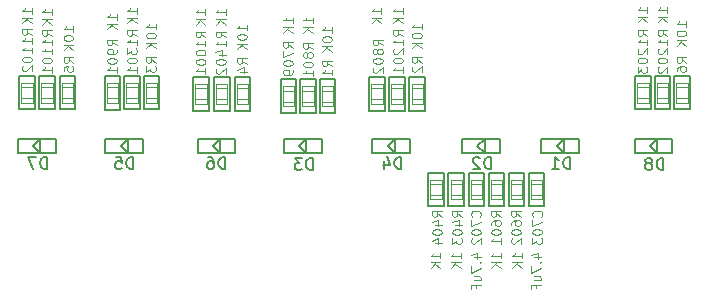
<source format=gbo>
G04 #@! TF.GenerationSoftware,KiCad,Pcbnew,(5.0.0-rc2-dev-130-g0bdae22af-dirty)*
G04 #@! TF.CreationDate,2018-10-04T20:22:11+03:00*
G04 #@! TF.ProjectId,esb,6573622E6B696361645F706362000000,rev?*
G04 #@! TF.SameCoordinates,Original*
G04 #@! TF.FileFunction,Legend,Bot*
G04 #@! TF.FilePolarity,Positive*
%FSLAX46Y46*%
G04 Gerber Fmt 4.6, Leading zero omitted, Abs format (unit mm)*
G04 Created by KiCad (PCBNEW (5.0.0-rc2-dev-130-g0bdae22af-dirty)) date Thu Oct  4 20:22:11 2018*
%MOMM*%
%LPD*%
G01*
G04 APERTURE LIST*
%ADD10C,0.100000*%
%ADD11C,0.200000*%
%ADD12C,0.076200*%
%ADD13C,0.150000*%
G04 APERTURE END LIST*
D10*
X164667400Y-80261800D02*
X165632600Y-80261800D01*
X164667400Y-81557200D02*
X164667400Y-80642800D01*
X165632600Y-81938200D02*
X164667400Y-81938200D01*
X165632600Y-80642800D02*
X165632600Y-81557200D01*
X164667400Y-81938200D02*
X164667400Y-81557200D01*
X165632600Y-81557200D02*
X165632600Y-81938200D01*
X164667400Y-81557200D02*
X165632600Y-81557200D01*
X165632600Y-80261800D02*
X165632600Y-80642800D01*
X164667400Y-80642800D02*
X164667400Y-80261800D01*
X165632600Y-80642800D02*
X164667400Y-80642800D01*
D11*
X164489600Y-82522400D02*
X164489600Y-79677600D01*
X164489600Y-79677600D02*
X165810400Y-79677600D01*
X165810400Y-79677600D02*
X165810400Y-82522400D01*
X165810400Y-82522400D02*
X164489600Y-82522400D01*
X151010400Y-82422400D02*
X149689600Y-82422400D01*
X151010400Y-79577600D02*
X151010400Y-82422400D01*
X149689600Y-79577600D02*
X151010400Y-79577600D01*
X149689600Y-82422400D02*
X149689600Y-79577600D01*
D10*
X150832600Y-80542800D02*
X149867400Y-80542800D01*
X149867400Y-80542800D02*
X149867400Y-80161800D01*
X150832600Y-80161800D02*
X150832600Y-80542800D01*
X149867400Y-81457200D02*
X150832600Y-81457200D01*
X150832600Y-81457200D02*
X150832600Y-81838200D01*
X149867400Y-81838200D02*
X149867400Y-81457200D01*
X150832600Y-80542800D02*
X150832600Y-81457200D01*
X150832600Y-81838200D02*
X149867400Y-81838200D01*
X149867400Y-81457200D02*
X149867400Y-80542800D01*
X149867400Y-80161800D02*
X150832600Y-80161800D01*
X184517400Y-88361800D02*
X185482600Y-88361800D01*
X184517400Y-89657200D02*
X184517400Y-88742800D01*
X185482600Y-90038200D02*
X184517400Y-90038200D01*
X185482600Y-88742800D02*
X185482600Y-89657200D01*
X184517400Y-90038200D02*
X184517400Y-89657200D01*
X185482600Y-89657200D02*
X185482600Y-90038200D01*
X184517400Y-89657200D02*
X185482600Y-89657200D01*
X185482600Y-88361800D02*
X185482600Y-88742800D01*
X184517400Y-88742800D02*
X184517400Y-88361800D01*
X185482600Y-88742800D02*
X184517400Y-88742800D01*
D11*
X184339600Y-90622400D02*
X184339600Y-87777600D01*
X184339600Y-87777600D02*
X185660400Y-87777600D01*
X185660400Y-87777600D02*
X185660400Y-90622400D01*
X185660400Y-90622400D02*
X184339600Y-90622400D01*
X183960400Y-90622400D02*
X182639600Y-90622400D01*
X183960400Y-87777600D02*
X183960400Y-90622400D01*
X182639600Y-87777600D02*
X183960400Y-87777600D01*
X182639600Y-90622400D02*
X182639600Y-87777600D01*
D10*
X183782600Y-88742800D02*
X182817400Y-88742800D01*
X182817400Y-88742800D02*
X182817400Y-88361800D01*
X183782600Y-88361800D02*
X183782600Y-88742800D01*
X182817400Y-89657200D02*
X183782600Y-89657200D01*
X183782600Y-89657200D02*
X183782600Y-90038200D01*
X182817400Y-90038200D02*
X182817400Y-89657200D01*
X183782600Y-88742800D02*
X183782600Y-89657200D01*
X183782600Y-90038200D02*
X182817400Y-90038200D01*
X182817400Y-89657200D02*
X182817400Y-88742800D01*
X182817400Y-88361800D02*
X183782600Y-88361800D01*
D11*
X156560400Y-82434200D02*
X155239600Y-82434200D01*
X156560400Y-79589400D02*
X156560400Y-82434200D01*
X155239600Y-79589400D02*
X156560400Y-79589400D01*
X155239600Y-82434200D02*
X155239600Y-79589400D01*
D10*
X156382600Y-80554600D02*
X155417400Y-80554600D01*
X155417400Y-80554600D02*
X155417400Y-80173600D01*
X156382600Y-80173600D02*
X156382600Y-80554600D01*
X155417400Y-81469000D02*
X156382600Y-81469000D01*
X156382600Y-81469000D02*
X156382600Y-81850000D01*
X155417400Y-81850000D02*
X155417400Y-81469000D01*
X156382600Y-80554600D02*
X156382600Y-81469000D01*
X156382600Y-81850000D02*
X155417400Y-81850000D01*
X155417400Y-81469000D02*
X155417400Y-80554600D01*
X155417400Y-80173600D02*
X156382600Y-80173600D01*
D11*
X180660400Y-82522400D02*
X179339600Y-82522400D01*
X180660400Y-79677600D02*
X180660400Y-82522400D01*
X179339600Y-79677600D02*
X180660400Y-79677600D01*
X179339600Y-82522400D02*
X179339600Y-79677600D01*
D10*
X180482600Y-80642800D02*
X179517400Y-80642800D01*
X179517400Y-80642800D02*
X179517400Y-80261800D01*
X180482600Y-80261800D02*
X180482600Y-80642800D01*
X179517400Y-81557200D02*
X180482600Y-81557200D01*
X180482600Y-81557200D02*
X180482600Y-81938200D01*
X179517400Y-81938200D02*
X179517400Y-81557200D01*
X180482600Y-80642800D02*
X180482600Y-81557200D01*
X180482600Y-81938200D02*
X179517400Y-81938200D01*
X179517400Y-81557200D02*
X179517400Y-80642800D01*
X179517400Y-80261800D02*
X180482600Y-80261800D01*
X201967400Y-80161800D02*
X202932600Y-80161800D01*
X201967400Y-81457200D02*
X201967400Y-80542800D01*
X202932600Y-81838200D02*
X201967400Y-81838200D01*
X202932600Y-80542800D02*
X202932600Y-81457200D01*
X201967400Y-81838200D02*
X201967400Y-81457200D01*
X202932600Y-81457200D02*
X202932600Y-81838200D01*
X201967400Y-81457200D02*
X202932600Y-81457200D01*
X202932600Y-80161800D02*
X202932600Y-80542800D01*
X201967400Y-80542800D02*
X201967400Y-80161800D01*
X202932600Y-80542800D02*
X201967400Y-80542800D01*
D11*
X201789600Y-82422400D02*
X201789600Y-79577600D01*
X201789600Y-79577600D02*
X203110400Y-79577600D01*
X203110400Y-79577600D02*
X203110400Y-82422400D01*
X203110400Y-82422400D02*
X201789600Y-82422400D01*
X158210400Y-82422400D02*
X156889600Y-82422400D01*
X158210400Y-79577600D02*
X158210400Y-82422400D01*
X156889600Y-79577600D02*
X158210400Y-79577600D01*
X156889600Y-82422400D02*
X156889600Y-79577600D01*
D10*
X158032600Y-80542800D02*
X157067400Y-80542800D01*
X157067400Y-80542800D02*
X157067400Y-80161800D01*
X158032600Y-80161800D02*
X158032600Y-80542800D01*
X157067400Y-81457200D02*
X158032600Y-81457200D01*
X158032600Y-81457200D02*
X158032600Y-81838200D01*
X157067400Y-81838200D02*
X157067400Y-81457200D01*
X158032600Y-80542800D02*
X158032600Y-81457200D01*
X158032600Y-81838200D02*
X157067400Y-81838200D01*
X157067400Y-81457200D02*
X157067400Y-80542800D01*
X157067400Y-80161800D02*
X158032600Y-80161800D01*
D11*
X187739600Y-87777600D02*
X189060400Y-87777600D01*
X187739600Y-90622400D02*
X187739600Y-87777600D01*
X189060400Y-90622400D02*
X187739600Y-90622400D01*
X189060400Y-87777600D02*
X189060400Y-90622400D01*
D10*
X187917400Y-89657200D02*
X188882600Y-89657200D01*
X188882600Y-89657200D02*
X188882600Y-90038200D01*
X187917400Y-90038200D02*
X187917400Y-89657200D01*
X188882600Y-88742800D02*
X187917400Y-88742800D01*
X187917400Y-88742800D02*
X187917400Y-88361800D01*
X188882600Y-88361800D02*
X188882600Y-88742800D01*
X187917400Y-89657200D02*
X187917400Y-88742800D01*
X187917400Y-88361800D02*
X188882600Y-88361800D01*
X188882600Y-88742800D02*
X188882600Y-89657200D01*
X188882600Y-90038200D02*
X187917400Y-90038200D01*
X171966882Y-80461800D02*
X172932082Y-80461800D01*
X171966882Y-81757200D02*
X171966882Y-80842800D01*
X172932082Y-82138200D02*
X171966882Y-82138200D01*
X172932082Y-80842800D02*
X172932082Y-81757200D01*
X171966882Y-82138200D02*
X171966882Y-81757200D01*
X172932082Y-81757200D02*
X172932082Y-82138200D01*
X171966882Y-81757200D02*
X172932082Y-81757200D01*
X172932082Y-80461800D02*
X172932082Y-80842800D01*
X171966882Y-80842800D02*
X171966882Y-80461800D01*
X172932082Y-80842800D02*
X171966882Y-80842800D01*
D11*
X171789082Y-82722400D02*
X171789082Y-79877600D01*
X171789082Y-79877600D02*
X173109882Y-79877600D01*
X173109882Y-79877600D02*
X173109882Y-82722400D01*
X173109882Y-82722400D02*
X171789082Y-82722400D01*
X178960400Y-82522400D02*
X177639600Y-82522400D01*
X178960400Y-79677600D02*
X178960400Y-82522400D01*
X177639600Y-79677600D02*
X178960400Y-79677600D01*
X177639600Y-82522400D02*
X177639600Y-79677600D01*
D10*
X178782600Y-80642800D02*
X177817400Y-80642800D01*
X177817400Y-80642800D02*
X177817400Y-80261800D01*
X178782600Y-80261800D02*
X178782600Y-80642800D01*
X177817400Y-81557200D02*
X178782600Y-81557200D01*
X178782600Y-81557200D02*
X178782600Y-81938200D01*
X177817400Y-81938200D02*
X177817400Y-81557200D01*
X178782600Y-80642800D02*
X178782600Y-81557200D01*
X178782600Y-81938200D02*
X177817400Y-81938200D01*
X177817400Y-81557200D02*
X177817400Y-80642800D01*
X177817400Y-80261800D02*
X178782600Y-80261800D01*
D11*
X164060400Y-82522400D02*
X162739600Y-82522400D01*
X164060400Y-79677600D02*
X164060400Y-82522400D01*
X162739600Y-79677600D02*
X164060400Y-79677600D01*
X162739600Y-82522400D02*
X162739600Y-79677600D01*
D10*
X163882600Y-80642800D02*
X162917400Y-80642800D01*
X162917400Y-80642800D02*
X162917400Y-80261800D01*
X163882600Y-80261800D02*
X163882600Y-80642800D01*
X162917400Y-81557200D02*
X163882600Y-81557200D01*
X163882600Y-81557200D02*
X163882600Y-81938200D01*
X162917400Y-81938200D02*
X162917400Y-81557200D01*
X163882600Y-80642800D02*
X163882600Y-81557200D01*
X163882600Y-81938200D02*
X162917400Y-81938200D01*
X162917400Y-81557200D02*
X162917400Y-80642800D01*
X162917400Y-80261800D02*
X163882600Y-80261800D01*
D11*
X187360400Y-90622400D02*
X186039600Y-90622400D01*
X187360400Y-87777600D02*
X187360400Y-90622400D01*
X186039600Y-87777600D02*
X187360400Y-87777600D01*
X186039600Y-90622400D02*
X186039600Y-87777600D01*
D10*
X187182600Y-88742800D02*
X186217400Y-88742800D01*
X186217400Y-88742800D02*
X186217400Y-88361800D01*
X187182600Y-88361800D02*
X187182600Y-88742800D01*
X186217400Y-89657200D02*
X187182600Y-89657200D01*
X187182600Y-89657200D02*
X187182600Y-90038200D01*
X186217400Y-90038200D02*
X186217400Y-89657200D01*
X187182600Y-88742800D02*
X187182600Y-89657200D01*
X187182600Y-90038200D02*
X186217400Y-90038200D01*
X186217400Y-89657200D02*
X186217400Y-88742800D01*
X186217400Y-88361800D02*
X187182600Y-88361800D01*
X191317400Y-88361800D02*
X192282600Y-88361800D01*
X191317400Y-89657200D02*
X191317400Y-88742800D01*
X192282600Y-90038200D02*
X191317400Y-90038200D01*
X192282600Y-88742800D02*
X192282600Y-89657200D01*
X191317400Y-90038200D02*
X191317400Y-89657200D01*
X192282600Y-89657200D02*
X192282600Y-90038200D01*
X191317400Y-89657200D02*
X192282600Y-89657200D01*
X192282600Y-88361800D02*
X192282600Y-88742800D01*
X191317400Y-88742800D02*
X191317400Y-88361800D01*
X192282600Y-88742800D02*
X191317400Y-88742800D01*
D11*
X191139600Y-90622400D02*
X191139600Y-87777600D01*
X191139600Y-87777600D02*
X192460400Y-87777600D01*
X192460400Y-87777600D02*
X192460400Y-90622400D01*
X192460400Y-90622400D02*
X191139600Y-90622400D01*
X189439600Y-87777600D02*
X190760400Y-87777600D01*
X189439600Y-90622400D02*
X189439600Y-87777600D01*
X190760400Y-90622400D02*
X189439600Y-90622400D01*
X190760400Y-87777600D02*
X190760400Y-90622400D01*
D10*
X189617400Y-89657200D02*
X190582600Y-89657200D01*
X190582600Y-89657200D02*
X190582600Y-90038200D01*
X189617400Y-90038200D02*
X189617400Y-89657200D01*
X190582600Y-88742800D02*
X189617400Y-88742800D01*
X189617400Y-88742800D02*
X189617400Y-88361800D01*
X190582600Y-88361800D02*
X190582600Y-88742800D01*
X189617400Y-89657200D02*
X189617400Y-88742800D01*
X189617400Y-88361800D02*
X190582600Y-88361800D01*
X190582600Y-88742800D02*
X190582600Y-89657200D01*
X190582600Y-90038200D02*
X189617400Y-90038200D01*
D11*
X171460400Y-82722400D02*
X170139600Y-82722400D01*
X171460400Y-79877600D02*
X171460400Y-82722400D01*
X170139600Y-79877600D02*
X171460400Y-79877600D01*
X170139600Y-82722400D02*
X170139600Y-79877600D01*
D10*
X171282600Y-80842800D02*
X170317400Y-80842800D01*
X170317400Y-80842800D02*
X170317400Y-80461800D01*
X171282600Y-80461800D02*
X171282600Y-80842800D01*
X170317400Y-81757200D02*
X171282600Y-81757200D01*
X171282600Y-81757200D02*
X171282600Y-82138200D01*
X170317400Y-82138200D02*
X170317400Y-81757200D01*
X171282600Y-80842800D02*
X171282600Y-81757200D01*
X171282600Y-82138200D02*
X170317400Y-82138200D01*
X170317400Y-81757200D02*
X170317400Y-80842800D01*
X170317400Y-80461800D02*
X171282600Y-80461800D01*
D11*
X147989600Y-79577600D02*
X149310400Y-79577600D01*
X147989600Y-82422400D02*
X147989600Y-79577600D01*
X149310400Y-82422400D02*
X147989600Y-82422400D01*
X149310400Y-79577600D02*
X149310400Y-82422400D01*
D10*
X148167400Y-81457200D02*
X149132600Y-81457200D01*
X149132600Y-81457200D02*
X149132600Y-81838200D01*
X148167400Y-81838200D02*
X148167400Y-81457200D01*
X149132600Y-80542800D02*
X148167400Y-80542800D01*
X148167400Y-80542800D02*
X148167400Y-80161800D01*
X149132600Y-80161800D02*
X149132600Y-80542800D01*
X148167400Y-81457200D02*
X148167400Y-80542800D01*
X148167400Y-80161800D02*
X149132600Y-80161800D01*
X149132600Y-80542800D02*
X149132600Y-81457200D01*
X149132600Y-81838200D02*
X148167400Y-81838200D01*
X201282600Y-81838200D02*
X200317400Y-81838200D01*
X201282600Y-80542800D02*
X201282600Y-81457200D01*
X200317400Y-80161800D02*
X201282600Y-80161800D01*
X200317400Y-81457200D02*
X200317400Y-80542800D01*
X201282600Y-80161800D02*
X201282600Y-80542800D01*
X200317400Y-80542800D02*
X200317400Y-80161800D01*
X201282600Y-80542800D02*
X200317400Y-80542800D01*
X200317400Y-81838200D02*
X200317400Y-81457200D01*
X201282600Y-81457200D02*
X201282600Y-81838200D01*
X200317400Y-81457200D02*
X201282600Y-81457200D01*
D11*
X201460400Y-79577600D02*
X201460400Y-82422400D01*
X201460400Y-82422400D02*
X200139600Y-82422400D01*
X200139600Y-82422400D02*
X200139600Y-79577600D01*
X200139600Y-79577600D02*
X201460400Y-79577600D01*
X174760400Y-82722400D02*
X173439600Y-82722400D01*
X174760400Y-79877600D02*
X174760400Y-82722400D01*
X173439600Y-79877600D02*
X174760400Y-79877600D01*
X173439600Y-82722400D02*
X173439600Y-79877600D01*
D10*
X174582600Y-80842800D02*
X173617400Y-80842800D01*
X173617400Y-80842800D02*
X173617400Y-80461800D01*
X174582600Y-80461800D02*
X174582600Y-80842800D01*
X173617400Y-81757200D02*
X174582600Y-81757200D01*
X174582600Y-81757200D02*
X174582600Y-82138200D01*
X173617400Y-82138200D02*
X173617400Y-81757200D01*
X174582600Y-80842800D02*
X174582600Y-81757200D01*
X174582600Y-82138200D02*
X173617400Y-82138200D01*
X173617400Y-81757200D02*
X173617400Y-80842800D01*
X173617400Y-80461800D02*
X174582600Y-80461800D01*
X181217400Y-80261800D02*
X182182600Y-80261800D01*
X181217400Y-81557200D02*
X181217400Y-80642800D01*
X182182600Y-81938200D02*
X181217400Y-81938200D01*
X182182600Y-80642800D02*
X182182600Y-81557200D01*
X181217400Y-81938200D02*
X181217400Y-81557200D01*
X182182600Y-81557200D02*
X182182600Y-81938200D01*
X181217400Y-81557200D02*
X182182600Y-81557200D01*
X182182600Y-80261800D02*
X182182600Y-80642800D01*
X181217400Y-80642800D02*
X181217400Y-80261800D01*
X182182600Y-80642800D02*
X181217400Y-80642800D01*
D11*
X181039600Y-82522400D02*
X181039600Y-79677600D01*
X181039600Y-79677600D02*
X182360400Y-79677600D01*
X182360400Y-79677600D02*
X182360400Y-82522400D01*
X182360400Y-82522400D02*
X181039600Y-82522400D01*
X159860400Y-82422400D02*
X158539600Y-82422400D01*
X159860400Y-79577600D02*
X159860400Y-82422400D01*
X158539600Y-79577600D02*
X159860400Y-79577600D01*
X158539600Y-82422400D02*
X158539600Y-79577600D01*
D10*
X159682600Y-80542800D02*
X158717400Y-80542800D01*
X158717400Y-80542800D02*
X158717400Y-80161800D01*
X159682600Y-80161800D02*
X159682600Y-80542800D01*
X158717400Y-81457200D02*
X159682600Y-81457200D01*
X159682600Y-81457200D02*
X159682600Y-81838200D01*
X158717400Y-81838200D02*
X158717400Y-81457200D01*
X159682600Y-80542800D02*
X159682600Y-81457200D01*
X159682600Y-81838200D02*
X158717400Y-81838200D01*
X158717400Y-81457200D02*
X158717400Y-80542800D01*
X158717400Y-80161800D02*
X159682600Y-80161800D01*
X166417400Y-80261800D02*
X167382600Y-80261800D01*
X166417400Y-81557200D02*
X166417400Y-80642800D01*
X167382600Y-81938200D02*
X166417400Y-81938200D01*
X167382600Y-80642800D02*
X167382600Y-81557200D01*
X166417400Y-81938200D02*
X166417400Y-81557200D01*
X167382600Y-81557200D02*
X167382600Y-81938200D01*
X166417400Y-81557200D02*
X167382600Y-81557200D01*
X167382600Y-80261800D02*
X167382600Y-80642800D01*
X166417400Y-80642800D02*
X166417400Y-80261800D01*
X167382600Y-80642800D02*
X166417400Y-80642800D01*
D11*
X166239600Y-82522400D02*
X166239600Y-79677600D01*
X166239600Y-79677600D02*
X167560400Y-79677600D01*
X167560400Y-79677600D02*
X167560400Y-82522400D01*
X167560400Y-82522400D02*
X166239600Y-82522400D01*
X152760400Y-82422400D02*
X151439600Y-82422400D01*
X152760400Y-79577600D02*
X152760400Y-82422400D01*
X151439600Y-79577600D02*
X152760400Y-79577600D01*
X151439600Y-82422400D02*
X151439600Y-79577600D01*
D10*
X152582600Y-80542800D02*
X151617400Y-80542800D01*
X151617400Y-80542800D02*
X151617400Y-80161800D01*
X152582600Y-80161800D02*
X152582600Y-80542800D01*
X151617400Y-81457200D02*
X152582600Y-81457200D01*
X152582600Y-81457200D02*
X152582600Y-81838200D01*
X151617400Y-81838200D02*
X151617400Y-81457200D01*
X152582600Y-80542800D02*
X152582600Y-81457200D01*
X152582600Y-81838200D02*
X151617400Y-81838200D01*
X151617400Y-81457200D02*
X151617400Y-80542800D01*
X151617400Y-80161800D02*
X152582600Y-80161800D01*
X203617400Y-80161800D02*
X204582600Y-80161800D01*
X203617400Y-81457200D02*
X203617400Y-80542800D01*
X204582600Y-81838200D02*
X203617400Y-81838200D01*
X204582600Y-80542800D02*
X204582600Y-81457200D01*
X203617400Y-81838200D02*
X203617400Y-81457200D01*
X204582600Y-81457200D02*
X204582600Y-81838200D01*
X203617400Y-81457200D02*
X204582600Y-81457200D01*
X204582600Y-80161800D02*
X204582600Y-80542800D01*
X203617400Y-80542800D02*
X203617400Y-80161800D01*
X204582600Y-80542800D02*
X203617400Y-80542800D01*
D11*
X203439600Y-82422400D02*
X203439600Y-79577600D01*
X203439600Y-79577600D02*
X204760400Y-79577600D01*
X204760400Y-79577600D02*
X204760400Y-82422400D01*
X204760400Y-82422400D02*
X203439600Y-82422400D01*
X195400000Y-84900000D02*
X195400000Y-86100000D01*
X192200000Y-84900000D02*
X192200000Y-86100000D01*
X194100000Y-86100000D02*
X194100000Y-84900000D01*
X194100000Y-84900000D02*
X193500000Y-85500000D01*
X193500000Y-85500000D02*
X194100000Y-86100000D01*
X195400000Y-84900000D02*
X192200000Y-84900000D01*
X192200000Y-86100000D02*
X195400000Y-86100000D01*
X185500000Y-86100000D02*
X188700000Y-86100000D01*
X188700000Y-84900000D02*
X185500000Y-84900000D01*
X186800000Y-85500000D02*
X187400000Y-86100000D01*
X187400000Y-84900000D02*
X186800000Y-85500000D01*
X187400000Y-86100000D02*
X187400000Y-84900000D01*
X185500000Y-84900000D02*
X185500000Y-86100000D01*
X188700000Y-84900000D02*
X188700000Y-86100000D01*
X173600000Y-84900000D02*
X173600000Y-86100000D01*
X170400000Y-84900000D02*
X170400000Y-86100000D01*
X172300000Y-86100000D02*
X172300000Y-84900000D01*
X172300000Y-84900000D02*
X171700000Y-85500000D01*
X171700000Y-85500000D02*
X172300000Y-86100000D01*
X173600000Y-84900000D02*
X170400000Y-84900000D01*
X170400000Y-86100000D02*
X173600000Y-86100000D01*
X177900000Y-86100000D02*
X181100000Y-86100000D01*
X181100000Y-84900000D02*
X177900000Y-84900000D01*
X179200000Y-85500000D02*
X179800000Y-86100000D01*
X179800000Y-84900000D02*
X179200000Y-85500000D01*
X179800000Y-86100000D02*
X179800000Y-84900000D01*
X177900000Y-84900000D02*
X177900000Y-86100000D01*
X181100000Y-84900000D02*
X181100000Y-86100000D01*
X155300000Y-86100000D02*
X158500000Y-86100000D01*
X158500000Y-84900000D02*
X155300000Y-84900000D01*
X156600000Y-85500000D02*
X157200000Y-86100000D01*
X157200000Y-84900000D02*
X156600000Y-85500000D01*
X157200000Y-86100000D02*
X157200000Y-84900000D01*
X155300000Y-84900000D02*
X155300000Y-86100000D01*
X158500000Y-84900000D02*
X158500000Y-86100000D01*
X166300000Y-84900000D02*
X166300000Y-86100000D01*
X163100000Y-84900000D02*
X163100000Y-86100000D01*
X165000000Y-86100000D02*
X165000000Y-84900000D01*
X165000000Y-84900000D02*
X164400000Y-85500000D01*
X164400000Y-85500000D02*
X165000000Y-86100000D01*
X166300000Y-84900000D02*
X163100000Y-84900000D01*
X163100000Y-86100000D02*
X166300000Y-86100000D01*
X147900000Y-86100000D02*
X151100000Y-86100000D01*
X151100000Y-84900000D02*
X147900000Y-84900000D01*
X149200000Y-85500000D02*
X149800000Y-86100000D01*
X149800000Y-84900000D02*
X149200000Y-85500000D01*
X149800000Y-86100000D02*
X149800000Y-84900000D01*
X147900000Y-84900000D02*
X147900000Y-86100000D01*
X151100000Y-84900000D02*
X151100000Y-86100000D01*
X203300000Y-84900000D02*
X203300000Y-86100000D01*
X200100000Y-84900000D02*
X200100000Y-86100000D01*
X202000000Y-86100000D02*
X202000000Y-84900000D01*
X202000000Y-84900000D02*
X201400000Y-85500000D01*
X201400000Y-85500000D02*
X202000000Y-86100000D01*
X203300000Y-84900000D02*
X200100000Y-84900000D01*
X200100000Y-86100000D02*
X203300000Y-86100000D01*
D12*
X165467695Y-76303390D02*
X165080647Y-76032457D01*
X165467695Y-75838933D02*
X164654895Y-75838933D01*
X164654895Y-76148571D01*
X164693600Y-76225980D01*
X164732304Y-76264685D01*
X164809714Y-76303390D01*
X164925828Y-76303390D01*
X165003238Y-76264685D01*
X165041942Y-76225980D01*
X165080647Y-76148571D01*
X165080647Y-75838933D01*
X165467695Y-77077485D02*
X165467695Y-76613028D01*
X165467695Y-76845257D02*
X164654895Y-76845257D01*
X164771009Y-76767847D01*
X164848419Y-76690438D01*
X164887123Y-76613028D01*
X164925828Y-77774171D02*
X165467695Y-77774171D01*
X164616190Y-77580647D02*
X165196761Y-77387123D01*
X165196761Y-77890285D01*
X164654895Y-78354742D02*
X164654895Y-78432152D01*
X164693600Y-78509561D01*
X164732304Y-78548266D01*
X164809714Y-78586971D01*
X164964533Y-78625676D01*
X165158057Y-78625676D01*
X165312876Y-78586971D01*
X165390285Y-78548266D01*
X165428990Y-78509561D01*
X165467695Y-78432152D01*
X165467695Y-78354742D01*
X165428990Y-78277333D01*
X165390285Y-78238628D01*
X165312876Y-78199923D01*
X165158057Y-78161219D01*
X164964533Y-78161219D01*
X164809714Y-78199923D01*
X164732304Y-78238628D01*
X164693600Y-78277333D01*
X164654895Y-78354742D01*
X164732304Y-78935314D02*
X164693600Y-78974019D01*
X164654895Y-79051428D01*
X164654895Y-79244952D01*
X164693600Y-79322361D01*
X164732304Y-79361066D01*
X164809714Y-79399771D01*
X164887123Y-79399771D01*
X165003238Y-79361066D01*
X165467695Y-78896609D01*
X165467695Y-79399771D01*
X165467695Y-74425828D02*
X165467695Y-73961371D01*
X165467695Y-74193600D02*
X164654895Y-74193600D01*
X164771009Y-74116190D01*
X164848419Y-74038780D01*
X164887123Y-73961371D01*
X165467695Y-74774171D02*
X164654895Y-74774171D01*
X165467695Y-75238628D02*
X165003238Y-74890285D01*
X164654895Y-75238628D02*
X165119352Y-74774171D01*
X150767695Y-76203390D02*
X150380647Y-75932457D01*
X150767695Y-75738933D02*
X149954895Y-75738933D01*
X149954895Y-76048571D01*
X149993600Y-76125980D01*
X150032304Y-76164685D01*
X150109714Y-76203390D01*
X150225828Y-76203390D01*
X150303238Y-76164685D01*
X150341942Y-76125980D01*
X150380647Y-76048571D01*
X150380647Y-75738933D01*
X150767695Y-76977485D02*
X150767695Y-76513028D01*
X150767695Y-76745257D02*
X149954895Y-76745257D01*
X150071009Y-76667847D01*
X150148419Y-76590438D01*
X150187123Y-76513028D01*
X150767695Y-77751580D02*
X150767695Y-77287123D01*
X150767695Y-77519352D02*
X149954895Y-77519352D01*
X150071009Y-77441942D01*
X150148419Y-77364533D01*
X150187123Y-77287123D01*
X149954895Y-78254742D02*
X149954895Y-78332152D01*
X149993600Y-78409561D01*
X150032304Y-78448266D01*
X150109714Y-78486971D01*
X150264533Y-78525676D01*
X150458057Y-78525676D01*
X150612876Y-78486971D01*
X150690285Y-78448266D01*
X150728990Y-78409561D01*
X150767695Y-78332152D01*
X150767695Y-78254742D01*
X150728990Y-78177333D01*
X150690285Y-78138628D01*
X150612876Y-78099923D01*
X150458057Y-78061219D01*
X150264533Y-78061219D01*
X150109714Y-78099923D01*
X150032304Y-78138628D01*
X149993600Y-78177333D01*
X149954895Y-78254742D01*
X150767695Y-79299771D02*
X150767695Y-78835314D01*
X150767695Y-79067542D02*
X149954895Y-79067542D01*
X150071009Y-78990133D01*
X150148419Y-78912723D01*
X150187123Y-78835314D01*
X150767695Y-74425828D02*
X150767695Y-73961371D01*
X150767695Y-74193600D02*
X149954895Y-74193600D01*
X150071009Y-74116190D01*
X150148419Y-74038780D01*
X150187123Y-73961371D01*
X150767695Y-74774171D02*
X149954895Y-74774171D01*
X150767695Y-75238628D02*
X150303238Y-74890285D01*
X149954895Y-75238628D02*
X150419352Y-74774171D01*
X185467695Y-91490438D02*
X185080647Y-91219504D01*
X185467695Y-91025980D02*
X184654895Y-91025980D01*
X184654895Y-91335619D01*
X184693600Y-91413028D01*
X184732304Y-91451733D01*
X184809714Y-91490438D01*
X184925828Y-91490438D01*
X185003238Y-91451733D01*
X185041942Y-91413028D01*
X185080647Y-91335619D01*
X185080647Y-91025980D01*
X184925828Y-92187123D02*
X185467695Y-92187123D01*
X184616190Y-91993600D02*
X185196761Y-91800076D01*
X185196761Y-92303238D01*
X184654895Y-92767695D02*
X184654895Y-92845104D01*
X184693600Y-92922514D01*
X184732304Y-92961219D01*
X184809714Y-92999923D01*
X184964533Y-93038628D01*
X185158057Y-93038628D01*
X185312876Y-92999923D01*
X185390285Y-92961219D01*
X185428990Y-92922514D01*
X185467695Y-92845104D01*
X185467695Y-92767695D01*
X185428990Y-92690285D01*
X185390285Y-92651580D01*
X185312876Y-92612876D01*
X185158057Y-92574171D01*
X184964533Y-92574171D01*
X184809714Y-92612876D01*
X184732304Y-92651580D01*
X184693600Y-92690285D01*
X184654895Y-92767695D01*
X184654895Y-93309561D02*
X184654895Y-93812723D01*
X184964533Y-93541790D01*
X184964533Y-93657904D01*
X185003238Y-93735314D01*
X185041942Y-93774019D01*
X185119352Y-93812723D01*
X185312876Y-93812723D01*
X185390285Y-93774019D01*
X185428990Y-93735314D01*
X185467695Y-93657904D01*
X185467695Y-93425676D01*
X185428990Y-93348266D01*
X185390285Y-93309561D01*
X185367695Y-95025828D02*
X185367695Y-94561371D01*
X185367695Y-94793600D02*
X184554895Y-94793600D01*
X184671009Y-94716190D01*
X184748419Y-94638780D01*
X184787123Y-94561371D01*
X185367695Y-95374171D02*
X184554895Y-95374171D01*
X185367695Y-95838628D02*
X184903238Y-95490285D01*
X184554895Y-95838628D02*
X185019352Y-95374171D01*
X183767695Y-91490438D02*
X183380647Y-91219504D01*
X183767695Y-91025980D02*
X182954895Y-91025980D01*
X182954895Y-91335619D01*
X182993600Y-91413028D01*
X183032304Y-91451733D01*
X183109714Y-91490438D01*
X183225828Y-91490438D01*
X183303238Y-91451733D01*
X183341942Y-91413028D01*
X183380647Y-91335619D01*
X183380647Y-91025980D01*
X183225828Y-92187123D02*
X183767695Y-92187123D01*
X182916190Y-91993600D02*
X183496761Y-91800076D01*
X183496761Y-92303238D01*
X182954895Y-92767695D02*
X182954895Y-92845104D01*
X182993600Y-92922514D01*
X183032304Y-92961219D01*
X183109714Y-92999923D01*
X183264533Y-93038628D01*
X183458057Y-93038628D01*
X183612876Y-92999923D01*
X183690285Y-92961219D01*
X183728990Y-92922514D01*
X183767695Y-92845104D01*
X183767695Y-92767695D01*
X183728990Y-92690285D01*
X183690285Y-92651580D01*
X183612876Y-92612876D01*
X183458057Y-92574171D01*
X183264533Y-92574171D01*
X183109714Y-92612876D01*
X183032304Y-92651580D01*
X182993600Y-92690285D01*
X182954895Y-92767695D01*
X183225828Y-93735314D02*
X183767695Y-93735314D01*
X182916190Y-93541790D02*
X183496761Y-93348266D01*
X183496761Y-93851428D01*
X183667695Y-95025828D02*
X183667695Y-94561371D01*
X183667695Y-94793600D02*
X182854895Y-94793600D01*
X182971009Y-94716190D01*
X183048419Y-94638780D01*
X183087123Y-94561371D01*
X183667695Y-95374171D02*
X182854895Y-95374171D01*
X183667695Y-95838628D02*
X183203238Y-95490285D01*
X182854895Y-95838628D02*
X183319352Y-95374171D01*
X156267695Y-76990438D02*
X155880647Y-76719504D01*
X156267695Y-76525980D02*
X155454895Y-76525980D01*
X155454895Y-76835619D01*
X155493600Y-76913028D01*
X155532304Y-76951733D01*
X155609714Y-76990438D01*
X155725828Y-76990438D01*
X155803238Y-76951733D01*
X155841942Y-76913028D01*
X155880647Y-76835619D01*
X155880647Y-76525980D01*
X156267695Y-77377485D02*
X156267695Y-77532304D01*
X156228990Y-77609714D01*
X156190285Y-77648419D01*
X156074171Y-77725828D01*
X155919352Y-77764533D01*
X155609714Y-77764533D01*
X155532304Y-77725828D01*
X155493600Y-77687123D01*
X155454895Y-77609714D01*
X155454895Y-77454895D01*
X155493600Y-77377485D01*
X155532304Y-77338780D01*
X155609714Y-77300076D01*
X155803238Y-77300076D01*
X155880647Y-77338780D01*
X155919352Y-77377485D01*
X155958057Y-77454895D01*
X155958057Y-77609714D01*
X155919352Y-77687123D01*
X155880647Y-77725828D01*
X155803238Y-77764533D01*
X155454895Y-78267695D02*
X155454895Y-78345104D01*
X155493600Y-78422514D01*
X155532304Y-78461219D01*
X155609714Y-78499923D01*
X155764533Y-78538628D01*
X155958057Y-78538628D01*
X156112876Y-78499923D01*
X156190285Y-78461219D01*
X156228990Y-78422514D01*
X156267695Y-78345104D01*
X156267695Y-78267695D01*
X156228990Y-78190285D01*
X156190285Y-78151580D01*
X156112876Y-78112876D01*
X155958057Y-78074171D01*
X155764533Y-78074171D01*
X155609714Y-78112876D01*
X155532304Y-78151580D01*
X155493600Y-78190285D01*
X155454895Y-78267695D01*
X156267695Y-79312723D02*
X156267695Y-78848266D01*
X156267695Y-79080495D02*
X155454895Y-79080495D01*
X155571009Y-79003085D01*
X155648419Y-78925676D01*
X155687123Y-78848266D01*
X156267695Y-74825828D02*
X156267695Y-74361371D01*
X156267695Y-74593600D02*
X155454895Y-74593600D01*
X155571009Y-74516190D01*
X155648419Y-74438780D01*
X155687123Y-74361371D01*
X156267695Y-75174171D02*
X155454895Y-75174171D01*
X156267695Y-75638628D02*
X155803238Y-75290285D01*
X155454895Y-75638628D02*
X155919352Y-75174171D01*
X180467695Y-76203390D02*
X180080647Y-75932457D01*
X180467695Y-75738933D02*
X179654895Y-75738933D01*
X179654895Y-76048571D01*
X179693600Y-76125980D01*
X179732304Y-76164685D01*
X179809714Y-76203390D01*
X179925828Y-76203390D01*
X180003238Y-76164685D01*
X180041942Y-76125980D01*
X180080647Y-76048571D01*
X180080647Y-75738933D01*
X180467695Y-76977485D02*
X180467695Y-76513028D01*
X180467695Y-76745257D02*
X179654895Y-76745257D01*
X179771009Y-76667847D01*
X179848419Y-76590438D01*
X179887123Y-76513028D01*
X179732304Y-77287123D02*
X179693600Y-77325828D01*
X179654895Y-77403238D01*
X179654895Y-77596761D01*
X179693600Y-77674171D01*
X179732304Y-77712876D01*
X179809714Y-77751580D01*
X179887123Y-77751580D01*
X180003238Y-77712876D01*
X180467695Y-77248419D01*
X180467695Y-77751580D01*
X179654895Y-78254742D02*
X179654895Y-78332152D01*
X179693600Y-78409561D01*
X179732304Y-78448266D01*
X179809714Y-78486971D01*
X179964533Y-78525676D01*
X180158057Y-78525676D01*
X180312876Y-78486971D01*
X180390285Y-78448266D01*
X180428990Y-78409561D01*
X180467695Y-78332152D01*
X180467695Y-78254742D01*
X180428990Y-78177333D01*
X180390285Y-78138628D01*
X180312876Y-78099923D01*
X180158057Y-78061219D01*
X179964533Y-78061219D01*
X179809714Y-78099923D01*
X179732304Y-78138628D01*
X179693600Y-78177333D01*
X179654895Y-78254742D01*
X180467695Y-79299771D02*
X180467695Y-78835314D01*
X180467695Y-79067542D02*
X179654895Y-79067542D01*
X179771009Y-78990133D01*
X179848419Y-78912723D01*
X179887123Y-78835314D01*
X180467695Y-74325828D02*
X180467695Y-73861371D01*
X180467695Y-74093600D02*
X179654895Y-74093600D01*
X179771009Y-74016190D01*
X179848419Y-73938780D01*
X179887123Y-73861371D01*
X180467695Y-74674171D02*
X179654895Y-74674171D01*
X180467695Y-75138628D02*
X180003238Y-74790285D01*
X179654895Y-75138628D02*
X180119352Y-74674171D01*
X202867695Y-76203390D02*
X202480647Y-75932457D01*
X202867695Y-75738933D02*
X202054895Y-75738933D01*
X202054895Y-76048571D01*
X202093600Y-76125980D01*
X202132304Y-76164685D01*
X202209714Y-76203390D01*
X202325828Y-76203390D01*
X202403238Y-76164685D01*
X202441942Y-76125980D01*
X202480647Y-76048571D01*
X202480647Y-75738933D01*
X202867695Y-76977485D02*
X202867695Y-76513028D01*
X202867695Y-76745257D02*
X202054895Y-76745257D01*
X202171009Y-76667847D01*
X202248419Y-76590438D01*
X202287123Y-76513028D01*
X202132304Y-77287123D02*
X202093600Y-77325828D01*
X202054895Y-77403238D01*
X202054895Y-77596761D01*
X202093600Y-77674171D01*
X202132304Y-77712876D01*
X202209714Y-77751580D01*
X202287123Y-77751580D01*
X202403238Y-77712876D01*
X202867695Y-77248419D01*
X202867695Y-77751580D01*
X202054895Y-78254742D02*
X202054895Y-78332152D01*
X202093600Y-78409561D01*
X202132304Y-78448266D01*
X202209714Y-78486971D01*
X202364533Y-78525676D01*
X202558057Y-78525676D01*
X202712876Y-78486971D01*
X202790285Y-78448266D01*
X202828990Y-78409561D01*
X202867695Y-78332152D01*
X202867695Y-78254742D01*
X202828990Y-78177333D01*
X202790285Y-78138628D01*
X202712876Y-78099923D01*
X202558057Y-78061219D01*
X202364533Y-78061219D01*
X202209714Y-78099923D01*
X202132304Y-78138628D01*
X202093600Y-78177333D01*
X202054895Y-78254742D01*
X202132304Y-78835314D02*
X202093600Y-78874019D01*
X202054895Y-78951428D01*
X202054895Y-79144952D01*
X202093600Y-79222361D01*
X202132304Y-79261066D01*
X202209714Y-79299771D01*
X202287123Y-79299771D01*
X202403238Y-79261066D01*
X202867695Y-78796609D01*
X202867695Y-79299771D01*
X202867695Y-74225828D02*
X202867695Y-73761371D01*
X202867695Y-73993600D02*
X202054895Y-73993600D01*
X202171009Y-73916190D01*
X202248419Y-73838780D01*
X202287123Y-73761371D01*
X202867695Y-74574171D02*
X202054895Y-74574171D01*
X202867695Y-75038628D02*
X202403238Y-74690285D01*
X202054895Y-75038628D02*
X202519352Y-74574171D01*
X157967695Y-76203390D02*
X157580647Y-75932457D01*
X157967695Y-75738933D02*
X157154895Y-75738933D01*
X157154895Y-76048571D01*
X157193600Y-76125980D01*
X157232304Y-76164685D01*
X157309714Y-76203390D01*
X157425828Y-76203390D01*
X157503238Y-76164685D01*
X157541942Y-76125980D01*
X157580647Y-76048571D01*
X157580647Y-75738933D01*
X157967695Y-76977485D02*
X157967695Y-76513028D01*
X157967695Y-76745257D02*
X157154895Y-76745257D01*
X157271009Y-76667847D01*
X157348419Y-76590438D01*
X157387123Y-76513028D01*
X157154895Y-77248419D02*
X157154895Y-77751580D01*
X157464533Y-77480647D01*
X157464533Y-77596761D01*
X157503238Y-77674171D01*
X157541942Y-77712876D01*
X157619352Y-77751580D01*
X157812876Y-77751580D01*
X157890285Y-77712876D01*
X157928990Y-77674171D01*
X157967695Y-77596761D01*
X157967695Y-77364533D01*
X157928990Y-77287123D01*
X157890285Y-77248419D01*
X157154895Y-78254742D02*
X157154895Y-78332152D01*
X157193600Y-78409561D01*
X157232304Y-78448266D01*
X157309714Y-78486971D01*
X157464533Y-78525676D01*
X157658057Y-78525676D01*
X157812876Y-78486971D01*
X157890285Y-78448266D01*
X157928990Y-78409561D01*
X157967695Y-78332152D01*
X157967695Y-78254742D01*
X157928990Y-78177333D01*
X157890285Y-78138628D01*
X157812876Y-78099923D01*
X157658057Y-78061219D01*
X157464533Y-78061219D01*
X157309714Y-78099923D01*
X157232304Y-78138628D01*
X157193600Y-78177333D01*
X157154895Y-78254742D01*
X157967695Y-79299771D02*
X157967695Y-78835314D01*
X157967695Y-79067542D02*
X157154895Y-79067542D01*
X157271009Y-78990133D01*
X157348419Y-78912723D01*
X157387123Y-78835314D01*
X157967695Y-74325828D02*
X157967695Y-73861371D01*
X157967695Y-74093600D02*
X157154895Y-74093600D01*
X157271009Y-74016190D01*
X157348419Y-73938780D01*
X157387123Y-73861371D01*
X157967695Y-74674171D02*
X157154895Y-74674171D01*
X157967695Y-75138628D02*
X157503238Y-74790285D01*
X157154895Y-75138628D02*
X157619352Y-74674171D01*
X188767695Y-91490438D02*
X188380647Y-91219504D01*
X188767695Y-91025980D02*
X187954895Y-91025980D01*
X187954895Y-91335619D01*
X187993600Y-91413028D01*
X188032304Y-91451733D01*
X188109714Y-91490438D01*
X188225828Y-91490438D01*
X188303238Y-91451733D01*
X188341942Y-91413028D01*
X188380647Y-91335619D01*
X188380647Y-91025980D01*
X187954895Y-92187123D02*
X187954895Y-92032304D01*
X187993600Y-91954895D01*
X188032304Y-91916190D01*
X188148419Y-91838780D01*
X188303238Y-91800076D01*
X188612876Y-91800076D01*
X188690285Y-91838780D01*
X188728990Y-91877485D01*
X188767695Y-91954895D01*
X188767695Y-92109714D01*
X188728990Y-92187123D01*
X188690285Y-92225828D01*
X188612876Y-92264533D01*
X188419352Y-92264533D01*
X188341942Y-92225828D01*
X188303238Y-92187123D01*
X188264533Y-92109714D01*
X188264533Y-91954895D01*
X188303238Y-91877485D01*
X188341942Y-91838780D01*
X188419352Y-91800076D01*
X187954895Y-92767695D02*
X187954895Y-92845104D01*
X187993600Y-92922514D01*
X188032304Y-92961219D01*
X188109714Y-92999923D01*
X188264533Y-93038628D01*
X188458057Y-93038628D01*
X188612876Y-92999923D01*
X188690285Y-92961219D01*
X188728990Y-92922514D01*
X188767695Y-92845104D01*
X188767695Y-92767695D01*
X188728990Y-92690285D01*
X188690285Y-92651580D01*
X188612876Y-92612876D01*
X188458057Y-92574171D01*
X188264533Y-92574171D01*
X188109714Y-92612876D01*
X188032304Y-92651580D01*
X187993600Y-92690285D01*
X187954895Y-92767695D01*
X188767695Y-93812723D02*
X188767695Y-93348266D01*
X188767695Y-93580495D02*
X187954895Y-93580495D01*
X188071009Y-93503085D01*
X188148419Y-93425676D01*
X188187123Y-93348266D01*
X188767695Y-95025828D02*
X188767695Y-94561371D01*
X188767695Y-94793600D02*
X187954895Y-94793600D01*
X188071009Y-94716190D01*
X188148419Y-94638780D01*
X188187123Y-94561371D01*
X188767695Y-95374171D02*
X187954895Y-95374171D01*
X188767695Y-95838628D02*
X188303238Y-95490285D01*
X187954895Y-95838628D02*
X188419352Y-95374171D01*
X172867695Y-77290438D02*
X172480647Y-77019504D01*
X172867695Y-76825980D02*
X172054895Y-76825980D01*
X172054895Y-77135619D01*
X172093600Y-77213028D01*
X172132304Y-77251733D01*
X172209714Y-77290438D01*
X172325828Y-77290438D01*
X172403238Y-77251733D01*
X172441942Y-77213028D01*
X172480647Y-77135619D01*
X172480647Y-76825980D01*
X172403238Y-77754895D02*
X172364533Y-77677485D01*
X172325828Y-77638780D01*
X172248419Y-77600076D01*
X172209714Y-77600076D01*
X172132304Y-77638780D01*
X172093600Y-77677485D01*
X172054895Y-77754895D01*
X172054895Y-77909714D01*
X172093600Y-77987123D01*
X172132304Y-78025828D01*
X172209714Y-78064533D01*
X172248419Y-78064533D01*
X172325828Y-78025828D01*
X172364533Y-77987123D01*
X172403238Y-77909714D01*
X172403238Y-77754895D01*
X172441942Y-77677485D01*
X172480647Y-77638780D01*
X172558057Y-77600076D01*
X172712876Y-77600076D01*
X172790285Y-77638780D01*
X172828990Y-77677485D01*
X172867695Y-77754895D01*
X172867695Y-77909714D01*
X172828990Y-77987123D01*
X172790285Y-78025828D01*
X172712876Y-78064533D01*
X172558057Y-78064533D01*
X172480647Y-78025828D01*
X172441942Y-77987123D01*
X172403238Y-77909714D01*
X172054895Y-78567695D02*
X172054895Y-78645104D01*
X172093600Y-78722514D01*
X172132304Y-78761219D01*
X172209714Y-78799923D01*
X172364533Y-78838628D01*
X172558057Y-78838628D01*
X172712876Y-78799923D01*
X172790285Y-78761219D01*
X172828990Y-78722514D01*
X172867695Y-78645104D01*
X172867695Y-78567695D01*
X172828990Y-78490285D01*
X172790285Y-78451580D01*
X172712876Y-78412876D01*
X172558057Y-78374171D01*
X172364533Y-78374171D01*
X172209714Y-78412876D01*
X172132304Y-78451580D01*
X172093600Y-78490285D01*
X172054895Y-78567695D01*
X172867695Y-79612723D02*
X172867695Y-79148266D01*
X172867695Y-79380495D02*
X172054895Y-79380495D01*
X172171009Y-79303085D01*
X172248419Y-79225676D01*
X172287123Y-79148266D01*
X172867695Y-75125828D02*
X172867695Y-74661371D01*
X172867695Y-74893600D02*
X172054895Y-74893600D01*
X172171009Y-74816190D01*
X172248419Y-74738780D01*
X172287123Y-74661371D01*
X172867695Y-75474171D02*
X172054895Y-75474171D01*
X172867695Y-75938628D02*
X172403238Y-75590285D01*
X172054895Y-75938628D02*
X172519352Y-75474171D01*
X178767695Y-76990438D02*
X178380647Y-76719504D01*
X178767695Y-76525980D02*
X177954895Y-76525980D01*
X177954895Y-76835619D01*
X177993600Y-76913028D01*
X178032304Y-76951733D01*
X178109714Y-76990438D01*
X178225828Y-76990438D01*
X178303238Y-76951733D01*
X178341942Y-76913028D01*
X178380647Y-76835619D01*
X178380647Y-76525980D01*
X178303238Y-77454895D02*
X178264533Y-77377485D01*
X178225828Y-77338780D01*
X178148419Y-77300076D01*
X178109714Y-77300076D01*
X178032304Y-77338780D01*
X177993600Y-77377485D01*
X177954895Y-77454895D01*
X177954895Y-77609714D01*
X177993600Y-77687123D01*
X178032304Y-77725828D01*
X178109714Y-77764533D01*
X178148419Y-77764533D01*
X178225828Y-77725828D01*
X178264533Y-77687123D01*
X178303238Y-77609714D01*
X178303238Y-77454895D01*
X178341942Y-77377485D01*
X178380647Y-77338780D01*
X178458057Y-77300076D01*
X178612876Y-77300076D01*
X178690285Y-77338780D01*
X178728990Y-77377485D01*
X178767695Y-77454895D01*
X178767695Y-77609714D01*
X178728990Y-77687123D01*
X178690285Y-77725828D01*
X178612876Y-77764533D01*
X178458057Y-77764533D01*
X178380647Y-77725828D01*
X178341942Y-77687123D01*
X178303238Y-77609714D01*
X177954895Y-78267695D02*
X177954895Y-78345104D01*
X177993600Y-78422514D01*
X178032304Y-78461219D01*
X178109714Y-78499923D01*
X178264533Y-78538628D01*
X178458057Y-78538628D01*
X178612876Y-78499923D01*
X178690285Y-78461219D01*
X178728990Y-78422514D01*
X178767695Y-78345104D01*
X178767695Y-78267695D01*
X178728990Y-78190285D01*
X178690285Y-78151580D01*
X178612876Y-78112876D01*
X178458057Y-78074171D01*
X178264533Y-78074171D01*
X178109714Y-78112876D01*
X178032304Y-78151580D01*
X177993600Y-78190285D01*
X177954895Y-78267695D01*
X178032304Y-78848266D02*
X177993600Y-78886971D01*
X177954895Y-78964380D01*
X177954895Y-79157904D01*
X177993600Y-79235314D01*
X178032304Y-79274019D01*
X178109714Y-79312723D01*
X178187123Y-79312723D01*
X178303238Y-79274019D01*
X178767695Y-78809561D01*
X178767695Y-79312723D01*
X178667695Y-74325828D02*
X178667695Y-73861371D01*
X178667695Y-74093600D02*
X177854895Y-74093600D01*
X177971009Y-74016190D01*
X178048419Y-73938780D01*
X178087123Y-73861371D01*
X178667695Y-74674171D02*
X177854895Y-74674171D01*
X178667695Y-75138628D02*
X178203238Y-74790285D01*
X177854895Y-75138628D02*
X178319352Y-74674171D01*
X163767695Y-76303390D02*
X163380647Y-76032457D01*
X163767695Y-75838933D02*
X162954895Y-75838933D01*
X162954895Y-76148571D01*
X162993600Y-76225980D01*
X163032304Y-76264685D01*
X163109714Y-76303390D01*
X163225828Y-76303390D01*
X163303238Y-76264685D01*
X163341942Y-76225980D01*
X163380647Y-76148571D01*
X163380647Y-75838933D01*
X163767695Y-77077485D02*
X163767695Y-76613028D01*
X163767695Y-76845257D02*
X162954895Y-76845257D01*
X163071009Y-76767847D01*
X163148419Y-76690438D01*
X163187123Y-76613028D01*
X162954895Y-77580647D02*
X162954895Y-77658057D01*
X162993600Y-77735466D01*
X163032304Y-77774171D01*
X163109714Y-77812876D01*
X163264533Y-77851580D01*
X163458057Y-77851580D01*
X163612876Y-77812876D01*
X163690285Y-77774171D01*
X163728990Y-77735466D01*
X163767695Y-77658057D01*
X163767695Y-77580647D01*
X163728990Y-77503238D01*
X163690285Y-77464533D01*
X163612876Y-77425828D01*
X163458057Y-77387123D01*
X163264533Y-77387123D01*
X163109714Y-77425828D01*
X163032304Y-77464533D01*
X162993600Y-77503238D01*
X162954895Y-77580647D01*
X162954895Y-78354742D02*
X162954895Y-78432152D01*
X162993600Y-78509561D01*
X163032304Y-78548266D01*
X163109714Y-78586971D01*
X163264533Y-78625676D01*
X163458057Y-78625676D01*
X163612876Y-78586971D01*
X163690285Y-78548266D01*
X163728990Y-78509561D01*
X163767695Y-78432152D01*
X163767695Y-78354742D01*
X163728990Y-78277333D01*
X163690285Y-78238628D01*
X163612876Y-78199923D01*
X163458057Y-78161219D01*
X163264533Y-78161219D01*
X163109714Y-78199923D01*
X163032304Y-78238628D01*
X162993600Y-78277333D01*
X162954895Y-78354742D01*
X163767695Y-79399771D02*
X163767695Y-78935314D01*
X163767695Y-79167542D02*
X162954895Y-79167542D01*
X163071009Y-79090133D01*
X163148419Y-79012723D01*
X163187123Y-78935314D01*
X163767695Y-74425828D02*
X163767695Y-73961371D01*
X163767695Y-74193600D02*
X162954895Y-74193600D01*
X163071009Y-74116190D01*
X163148419Y-74038780D01*
X163187123Y-73961371D01*
X163767695Y-74774171D02*
X162954895Y-74774171D01*
X163767695Y-75238628D02*
X163303238Y-74890285D01*
X162954895Y-75238628D02*
X163419352Y-74774171D01*
X186990285Y-91490438D02*
X187028990Y-91451733D01*
X187067695Y-91335619D01*
X187067695Y-91258209D01*
X187028990Y-91142095D01*
X186951580Y-91064685D01*
X186874171Y-91025980D01*
X186719352Y-90987276D01*
X186603238Y-90987276D01*
X186448419Y-91025980D01*
X186371009Y-91064685D01*
X186293600Y-91142095D01*
X186254895Y-91258209D01*
X186254895Y-91335619D01*
X186293600Y-91451733D01*
X186332304Y-91490438D01*
X186254895Y-91761371D02*
X186254895Y-92303238D01*
X187067695Y-91954895D01*
X186254895Y-92767695D02*
X186254895Y-92845104D01*
X186293600Y-92922514D01*
X186332304Y-92961219D01*
X186409714Y-92999923D01*
X186564533Y-93038628D01*
X186758057Y-93038628D01*
X186912876Y-92999923D01*
X186990285Y-92961219D01*
X187028990Y-92922514D01*
X187067695Y-92845104D01*
X187067695Y-92767695D01*
X187028990Y-92690285D01*
X186990285Y-92651580D01*
X186912876Y-92612876D01*
X186758057Y-92574171D01*
X186564533Y-92574171D01*
X186409714Y-92612876D01*
X186332304Y-92651580D01*
X186293600Y-92690285D01*
X186254895Y-92767695D01*
X186332304Y-93348266D02*
X186293600Y-93386971D01*
X186254895Y-93464380D01*
X186254895Y-93657904D01*
X186293600Y-93735314D01*
X186332304Y-93774019D01*
X186409714Y-93812723D01*
X186487123Y-93812723D01*
X186603238Y-93774019D01*
X187067695Y-93309561D01*
X187067695Y-93812723D01*
X186525828Y-94958209D02*
X187067695Y-94958209D01*
X186216190Y-94764685D02*
X186796761Y-94571161D01*
X186796761Y-95074323D01*
X186990285Y-95383961D02*
X187028990Y-95422666D01*
X187067695Y-95383961D01*
X187028990Y-95345257D01*
X186990285Y-95383961D01*
X187067695Y-95383961D01*
X186254895Y-95693600D02*
X186254895Y-96235466D01*
X187067695Y-95887123D01*
X186525828Y-96893447D02*
X187067695Y-96893447D01*
X186525828Y-96545104D02*
X186951580Y-96545104D01*
X187028990Y-96583809D01*
X187067695Y-96661219D01*
X187067695Y-96777333D01*
X187028990Y-96854742D01*
X186990285Y-96893447D01*
X186641942Y-97551428D02*
X186641942Y-97280495D01*
X187067695Y-97280495D02*
X186254895Y-97280495D01*
X186254895Y-97667542D01*
X192190285Y-91490438D02*
X192228990Y-91451733D01*
X192267695Y-91335619D01*
X192267695Y-91258209D01*
X192228990Y-91142095D01*
X192151580Y-91064685D01*
X192074171Y-91025980D01*
X191919352Y-90987276D01*
X191803238Y-90987276D01*
X191648419Y-91025980D01*
X191571009Y-91064685D01*
X191493600Y-91142095D01*
X191454895Y-91258209D01*
X191454895Y-91335619D01*
X191493600Y-91451733D01*
X191532304Y-91490438D01*
X191454895Y-91761371D02*
X191454895Y-92303238D01*
X192267695Y-91954895D01*
X191454895Y-92767695D02*
X191454895Y-92845104D01*
X191493600Y-92922514D01*
X191532304Y-92961219D01*
X191609714Y-92999923D01*
X191764533Y-93038628D01*
X191958057Y-93038628D01*
X192112876Y-92999923D01*
X192190285Y-92961219D01*
X192228990Y-92922514D01*
X192267695Y-92845104D01*
X192267695Y-92767695D01*
X192228990Y-92690285D01*
X192190285Y-92651580D01*
X192112876Y-92612876D01*
X191958057Y-92574171D01*
X191764533Y-92574171D01*
X191609714Y-92612876D01*
X191532304Y-92651580D01*
X191493600Y-92690285D01*
X191454895Y-92767695D01*
X191454895Y-93309561D02*
X191454895Y-93812723D01*
X191764533Y-93541790D01*
X191764533Y-93657904D01*
X191803238Y-93735314D01*
X191841942Y-93774019D01*
X191919352Y-93812723D01*
X192112876Y-93812723D01*
X192190285Y-93774019D01*
X192228990Y-93735314D01*
X192267695Y-93657904D01*
X192267695Y-93425676D01*
X192228990Y-93348266D01*
X192190285Y-93309561D01*
X191625828Y-94958209D02*
X192167695Y-94958209D01*
X191316190Y-94764685D02*
X191896761Y-94571161D01*
X191896761Y-95074323D01*
X192090285Y-95383961D02*
X192128990Y-95422666D01*
X192167695Y-95383961D01*
X192128990Y-95345257D01*
X192090285Y-95383961D01*
X192167695Y-95383961D01*
X191354895Y-95693600D02*
X191354895Y-96235466D01*
X192167695Y-95887123D01*
X191625828Y-96893447D02*
X192167695Y-96893447D01*
X191625828Y-96545104D02*
X192051580Y-96545104D01*
X192128990Y-96583809D01*
X192167695Y-96661219D01*
X192167695Y-96777333D01*
X192128990Y-96854742D01*
X192090285Y-96893447D01*
X191741942Y-97551428D02*
X191741942Y-97280495D01*
X192167695Y-97280495D02*
X191354895Y-97280495D01*
X191354895Y-97667542D01*
X190467695Y-91490438D02*
X190080647Y-91219504D01*
X190467695Y-91025980D02*
X189654895Y-91025980D01*
X189654895Y-91335619D01*
X189693600Y-91413028D01*
X189732304Y-91451733D01*
X189809714Y-91490438D01*
X189925828Y-91490438D01*
X190003238Y-91451733D01*
X190041942Y-91413028D01*
X190080647Y-91335619D01*
X190080647Y-91025980D01*
X189654895Y-92187123D02*
X189654895Y-92032304D01*
X189693600Y-91954895D01*
X189732304Y-91916190D01*
X189848419Y-91838780D01*
X190003238Y-91800076D01*
X190312876Y-91800076D01*
X190390285Y-91838780D01*
X190428990Y-91877485D01*
X190467695Y-91954895D01*
X190467695Y-92109714D01*
X190428990Y-92187123D01*
X190390285Y-92225828D01*
X190312876Y-92264533D01*
X190119352Y-92264533D01*
X190041942Y-92225828D01*
X190003238Y-92187123D01*
X189964533Y-92109714D01*
X189964533Y-91954895D01*
X190003238Y-91877485D01*
X190041942Y-91838780D01*
X190119352Y-91800076D01*
X189654895Y-92767695D02*
X189654895Y-92845104D01*
X189693600Y-92922514D01*
X189732304Y-92961219D01*
X189809714Y-92999923D01*
X189964533Y-93038628D01*
X190158057Y-93038628D01*
X190312876Y-92999923D01*
X190390285Y-92961219D01*
X190428990Y-92922514D01*
X190467695Y-92845104D01*
X190467695Y-92767695D01*
X190428990Y-92690285D01*
X190390285Y-92651580D01*
X190312876Y-92612876D01*
X190158057Y-92574171D01*
X189964533Y-92574171D01*
X189809714Y-92612876D01*
X189732304Y-92651580D01*
X189693600Y-92690285D01*
X189654895Y-92767695D01*
X189732304Y-93348266D02*
X189693600Y-93386971D01*
X189654895Y-93464380D01*
X189654895Y-93657904D01*
X189693600Y-93735314D01*
X189732304Y-93774019D01*
X189809714Y-93812723D01*
X189887123Y-93812723D01*
X190003238Y-93774019D01*
X190467695Y-93309561D01*
X190467695Y-93812723D01*
X190567695Y-95025828D02*
X190567695Y-94561371D01*
X190567695Y-94793600D02*
X189754895Y-94793600D01*
X189871009Y-94716190D01*
X189948419Y-94638780D01*
X189987123Y-94561371D01*
X190567695Y-95374171D02*
X189754895Y-95374171D01*
X190567695Y-95838628D02*
X190103238Y-95490285D01*
X189754895Y-95838628D02*
X190219352Y-95374171D01*
X171167695Y-77190438D02*
X170780647Y-76919504D01*
X171167695Y-76725980D02*
X170354895Y-76725980D01*
X170354895Y-77035619D01*
X170393600Y-77113028D01*
X170432304Y-77151733D01*
X170509714Y-77190438D01*
X170625828Y-77190438D01*
X170703238Y-77151733D01*
X170741942Y-77113028D01*
X170780647Y-77035619D01*
X170780647Y-76725980D01*
X170354895Y-77461371D02*
X170354895Y-78003238D01*
X171167695Y-77654895D01*
X170354895Y-78467695D02*
X170354895Y-78545104D01*
X170393600Y-78622514D01*
X170432304Y-78661219D01*
X170509714Y-78699923D01*
X170664533Y-78738628D01*
X170858057Y-78738628D01*
X171012876Y-78699923D01*
X171090285Y-78661219D01*
X171128990Y-78622514D01*
X171167695Y-78545104D01*
X171167695Y-78467695D01*
X171128990Y-78390285D01*
X171090285Y-78351580D01*
X171012876Y-78312876D01*
X170858057Y-78274171D01*
X170664533Y-78274171D01*
X170509714Y-78312876D01*
X170432304Y-78351580D01*
X170393600Y-78390285D01*
X170354895Y-78467695D01*
X171167695Y-79125676D02*
X171167695Y-79280495D01*
X171128990Y-79357904D01*
X171090285Y-79396609D01*
X170974171Y-79474019D01*
X170819352Y-79512723D01*
X170509714Y-79512723D01*
X170432304Y-79474019D01*
X170393600Y-79435314D01*
X170354895Y-79357904D01*
X170354895Y-79203085D01*
X170393600Y-79125676D01*
X170432304Y-79086971D01*
X170509714Y-79048266D01*
X170703238Y-79048266D01*
X170780647Y-79086971D01*
X170819352Y-79125676D01*
X170858057Y-79203085D01*
X170858057Y-79357904D01*
X170819352Y-79435314D01*
X170780647Y-79474019D01*
X170703238Y-79512723D01*
X171167695Y-75125828D02*
X171167695Y-74661371D01*
X171167695Y-74893600D02*
X170354895Y-74893600D01*
X170471009Y-74816190D01*
X170548419Y-74738780D01*
X170587123Y-74661371D01*
X171167695Y-75474171D02*
X170354895Y-75474171D01*
X171167695Y-75938628D02*
X170703238Y-75590285D01*
X170354895Y-75938628D02*
X170819352Y-75474171D01*
X149067695Y-76103390D02*
X148680647Y-75832457D01*
X149067695Y-75638933D02*
X148254895Y-75638933D01*
X148254895Y-75948571D01*
X148293600Y-76025980D01*
X148332304Y-76064685D01*
X148409714Y-76103390D01*
X148525828Y-76103390D01*
X148603238Y-76064685D01*
X148641942Y-76025980D01*
X148680647Y-75948571D01*
X148680647Y-75638933D01*
X149067695Y-76877485D02*
X149067695Y-76413028D01*
X149067695Y-76645257D02*
X148254895Y-76645257D01*
X148371009Y-76567847D01*
X148448419Y-76490438D01*
X148487123Y-76413028D01*
X149067695Y-77651580D02*
X149067695Y-77187123D01*
X149067695Y-77419352D02*
X148254895Y-77419352D01*
X148371009Y-77341942D01*
X148448419Y-77264533D01*
X148487123Y-77187123D01*
X148254895Y-78154742D02*
X148254895Y-78232152D01*
X148293600Y-78309561D01*
X148332304Y-78348266D01*
X148409714Y-78386971D01*
X148564533Y-78425676D01*
X148758057Y-78425676D01*
X148912876Y-78386971D01*
X148990285Y-78348266D01*
X149028990Y-78309561D01*
X149067695Y-78232152D01*
X149067695Y-78154742D01*
X149028990Y-78077333D01*
X148990285Y-78038628D01*
X148912876Y-77999923D01*
X148758057Y-77961219D01*
X148564533Y-77961219D01*
X148409714Y-77999923D01*
X148332304Y-78038628D01*
X148293600Y-78077333D01*
X148254895Y-78154742D01*
X148332304Y-78735314D02*
X148293600Y-78774019D01*
X148254895Y-78851428D01*
X148254895Y-79044952D01*
X148293600Y-79122361D01*
X148332304Y-79161066D01*
X148409714Y-79199771D01*
X148487123Y-79199771D01*
X148603238Y-79161066D01*
X149067695Y-78696609D01*
X149067695Y-79199771D01*
X149067695Y-74325828D02*
X149067695Y-73861371D01*
X149067695Y-74093600D02*
X148254895Y-74093600D01*
X148371009Y-74016190D01*
X148448419Y-73938780D01*
X148487123Y-73861371D01*
X149067695Y-74674171D02*
X148254895Y-74674171D01*
X149067695Y-75138628D02*
X148603238Y-74790285D01*
X148254895Y-75138628D02*
X148719352Y-74674171D01*
X201167695Y-76203390D02*
X200780647Y-75932457D01*
X201167695Y-75738933D02*
X200354895Y-75738933D01*
X200354895Y-76048571D01*
X200393600Y-76125980D01*
X200432304Y-76164685D01*
X200509714Y-76203390D01*
X200625828Y-76203390D01*
X200703238Y-76164685D01*
X200741942Y-76125980D01*
X200780647Y-76048571D01*
X200780647Y-75738933D01*
X201167695Y-76977485D02*
X201167695Y-76513028D01*
X201167695Y-76745257D02*
X200354895Y-76745257D01*
X200471009Y-76667847D01*
X200548419Y-76590438D01*
X200587123Y-76513028D01*
X200432304Y-77287123D02*
X200393600Y-77325828D01*
X200354895Y-77403238D01*
X200354895Y-77596761D01*
X200393600Y-77674171D01*
X200432304Y-77712876D01*
X200509714Y-77751580D01*
X200587123Y-77751580D01*
X200703238Y-77712876D01*
X201167695Y-77248419D01*
X201167695Y-77751580D01*
X200354895Y-78254742D02*
X200354895Y-78332152D01*
X200393600Y-78409561D01*
X200432304Y-78448266D01*
X200509714Y-78486971D01*
X200664533Y-78525676D01*
X200858057Y-78525676D01*
X201012876Y-78486971D01*
X201090285Y-78448266D01*
X201128990Y-78409561D01*
X201167695Y-78332152D01*
X201167695Y-78254742D01*
X201128990Y-78177333D01*
X201090285Y-78138628D01*
X201012876Y-78099923D01*
X200858057Y-78061219D01*
X200664533Y-78061219D01*
X200509714Y-78099923D01*
X200432304Y-78138628D01*
X200393600Y-78177333D01*
X200354895Y-78254742D01*
X200354895Y-78796609D02*
X200354895Y-79299771D01*
X200664533Y-79028838D01*
X200664533Y-79144952D01*
X200703238Y-79222361D01*
X200741942Y-79261066D01*
X200819352Y-79299771D01*
X201012876Y-79299771D01*
X201090285Y-79261066D01*
X201128990Y-79222361D01*
X201167695Y-79144952D01*
X201167695Y-78912723D01*
X201128990Y-78835314D01*
X201090285Y-78796609D01*
X201167695Y-74225828D02*
X201167695Y-73761371D01*
X201167695Y-73993600D02*
X200354895Y-73993600D01*
X200471009Y-73916190D01*
X200548419Y-73838780D01*
X200587123Y-73761371D01*
X201167695Y-74574171D02*
X200354895Y-74574171D01*
X201167695Y-75038628D02*
X200703238Y-74690285D01*
X200354895Y-75038628D02*
X200819352Y-74574171D01*
X174467695Y-78764533D02*
X174080647Y-78493600D01*
X174467695Y-78300076D02*
X173654895Y-78300076D01*
X173654895Y-78609714D01*
X173693600Y-78687123D01*
X173732304Y-78725828D01*
X173809714Y-78764533D01*
X173925828Y-78764533D01*
X174003238Y-78725828D01*
X174041942Y-78687123D01*
X174080647Y-78609714D01*
X174080647Y-78300076D01*
X174467695Y-79538628D02*
X174467695Y-79074171D01*
X174467695Y-79306400D02*
X173654895Y-79306400D01*
X173771009Y-79228990D01*
X173848419Y-79151580D01*
X173887123Y-79074171D01*
X174467695Y-75938780D02*
X174467695Y-75474323D01*
X174467695Y-75706552D02*
X173654895Y-75706552D01*
X173771009Y-75629142D01*
X173848419Y-75551733D01*
X173887123Y-75474323D01*
X173654895Y-76441942D02*
X173654895Y-76519352D01*
X173693600Y-76596761D01*
X173732304Y-76635466D01*
X173809714Y-76674171D01*
X173964533Y-76712876D01*
X174158057Y-76712876D01*
X174312876Y-76674171D01*
X174390285Y-76635466D01*
X174428990Y-76596761D01*
X174467695Y-76519352D01*
X174467695Y-76441942D01*
X174428990Y-76364533D01*
X174390285Y-76325828D01*
X174312876Y-76287123D01*
X174158057Y-76248419D01*
X173964533Y-76248419D01*
X173809714Y-76287123D01*
X173732304Y-76325828D01*
X173693600Y-76364533D01*
X173654895Y-76441942D01*
X174467695Y-77061219D02*
X173654895Y-77061219D01*
X174467695Y-77525676D02*
X174003238Y-77177333D01*
X173654895Y-77525676D02*
X174119352Y-77061219D01*
X182067695Y-78464533D02*
X181680647Y-78193600D01*
X182067695Y-78000076D02*
X181254895Y-78000076D01*
X181254895Y-78309714D01*
X181293600Y-78387123D01*
X181332304Y-78425828D01*
X181409714Y-78464533D01*
X181525828Y-78464533D01*
X181603238Y-78425828D01*
X181641942Y-78387123D01*
X181680647Y-78309714D01*
X181680647Y-78000076D01*
X181332304Y-78774171D02*
X181293600Y-78812876D01*
X181254895Y-78890285D01*
X181254895Y-79083809D01*
X181293600Y-79161219D01*
X181332304Y-79199923D01*
X181409714Y-79238628D01*
X181487123Y-79238628D01*
X181603238Y-79199923D01*
X182067695Y-78735466D01*
X182067695Y-79238628D01*
X182067695Y-75638780D02*
X182067695Y-75174323D01*
X182067695Y-75406552D02*
X181254895Y-75406552D01*
X181371009Y-75329142D01*
X181448419Y-75251733D01*
X181487123Y-75174323D01*
X181254895Y-76141942D02*
X181254895Y-76219352D01*
X181293600Y-76296761D01*
X181332304Y-76335466D01*
X181409714Y-76374171D01*
X181564533Y-76412876D01*
X181758057Y-76412876D01*
X181912876Y-76374171D01*
X181990285Y-76335466D01*
X182028990Y-76296761D01*
X182067695Y-76219352D01*
X182067695Y-76141942D01*
X182028990Y-76064533D01*
X181990285Y-76025828D01*
X181912876Y-75987123D01*
X181758057Y-75948419D01*
X181564533Y-75948419D01*
X181409714Y-75987123D01*
X181332304Y-76025828D01*
X181293600Y-76064533D01*
X181254895Y-76141942D01*
X182067695Y-76761219D02*
X181254895Y-76761219D01*
X182067695Y-77225676D02*
X181603238Y-76877333D01*
X181254895Y-77225676D02*
X181719352Y-76761219D01*
X159567695Y-78464533D02*
X159180647Y-78193600D01*
X159567695Y-78000076D02*
X158754895Y-78000076D01*
X158754895Y-78309714D01*
X158793600Y-78387123D01*
X158832304Y-78425828D01*
X158909714Y-78464533D01*
X159025828Y-78464533D01*
X159103238Y-78425828D01*
X159141942Y-78387123D01*
X159180647Y-78309714D01*
X159180647Y-78000076D01*
X158754895Y-78735466D02*
X158754895Y-79238628D01*
X159064533Y-78967695D01*
X159064533Y-79083809D01*
X159103238Y-79161219D01*
X159141942Y-79199923D01*
X159219352Y-79238628D01*
X159412876Y-79238628D01*
X159490285Y-79199923D01*
X159528990Y-79161219D01*
X159567695Y-79083809D01*
X159567695Y-78851580D01*
X159528990Y-78774171D01*
X159490285Y-78735466D01*
X159567695Y-75638780D02*
X159567695Y-75174323D01*
X159567695Y-75406552D02*
X158754895Y-75406552D01*
X158871009Y-75329142D01*
X158948419Y-75251733D01*
X158987123Y-75174323D01*
X158754895Y-76141942D02*
X158754895Y-76219352D01*
X158793600Y-76296761D01*
X158832304Y-76335466D01*
X158909714Y-76374171D01*
X159064533Y-76412876D01*
X159258057Y-76412876D01*
X159412876Y-76374171D01*
X159490285Y-76335466D01*
X159528990Y-76296761D01*
X159567695Y-76219352D01*
X159567695Y-76141942D01*
X159528990Y-76064533D01*
X159490285Y-76025828D01*
X159412876Y-75987123D01*
X159258057Y-75948419D01*
X159064533Y-75948419D01*
X158909714Y-75987123D01*
X158832304Y-76025828D01*
X158793600Y-76064533D01*
X158754895Y-76141942D01*
X159567695Y-76761219D02*
X158754895Y-76761219D01*
X159567695Y-77225676D02*
X159103238Y-76877333D01*
X158754895Y-77225676D02*
X159219352Y-76761219D01*
X167267695Y-78564533D02*
X166880647Y-78293600D01*
X167267695Y-78100076D02*
X166454895Y-78100076D01*
X166454895Y-78409714D01*
X166493600Y-78487123D01*
X166532304Y-78525828D01*
X166609714Y-78564533D01*
X166725828Y-78564533D01*
X166803238Y-78525828D01*
X166841942Y-78487123D01*
X166880647Y-78409714D01*
X166880647Y-78100076D01*
X166725828Y-79261219D02*
X167267695Y-79261219D01*
X166416190Y-79067695D02*
X166996761Y-78874171D01*
X166996761Y-79377333D01*
X167267695Y-75738780D02*
X167267695Y-75274323D01*
X167267695Y-75506552D02*
X166454895Y-75506552D01*
X166571009Y-75429142D01*
X166648419Y-75351733D01*
X166687123Y-75274323D01*
X166454895Y-76241942D02*
X166454895Y-76319352D01*
X166493600Y-76396761D01*
X166532304Y-76435466D01*
X166609714Y-76474171D01*
X166764533Y-76512876D01*
X166958057Y-76512876D01*
X167112876Y-76474171D01*
X167190285Y-76435466D01*
X167228990Y-76396761D01*
X167267695Y-76319352D01*
X167267695Y-76241942D01*
X167228990Y-76164533D01*
X167190285Y-76125828D01*
X167112876Y-76087123D01*
X166958057Y-76048419D01*
X166764533Y-76048419D01*
X166609714Y-76087123D01*
X166532304Y-76125828D01*
X166493600Y-76164533D01*
X166454895Y-76241942D01*
X167267695Y-76861219D02*
X166454895Y-76861219D01*
X167267695Y-77325676D02*
X166803238Y-76977333D01*
X166454895Y-77325676D02*
X166919352Y-76861219D01*
X152567695Y-78464533D02*
X152180647Y-78193600D01*
X152567695Y-78000076D02*
X151754895Y-78000076D01*
X151754895Y-78309714D01*
X151793600Y-78387123D01*
X151832304Y-78425828D01*
X151909714Y-78464533D01*
X152025828Y-78464533D01*
X152103238Y-78425828D01*
X152141942Y-78387123D01*
X152180647Y-78309714D01*
X152180647Y-78000076D01*
X151754895Y-79199923D02*
X151754895Y-78812876D01*
X152141942Y-78774171D01*
X152103238Y-78812876D01*
X152064533Y-78890285D01*
X152064533Y-79083809D01*
X152103238Y-79161219D01*
X152141942Y-79199923D01*
X152219352Y-79238628D01*
X152412876Y-79238628D01*
X152490285Y-79199923D01*
X152528990Y-79161219D01*
X152567695Y-79083809D01*
X152567695Y-78890285D01*
X152528990Y-78812876D01*
X152490285Y-78774171D01*
X152567695Y-75838780D02*
X152567695Y-75374323D01*
X152567695Y-75606552D02*
X151754895Y-75606552D01*
X151871009Y-75529142D01*
X151948419Y-75451733D01*
X151987123Y-75374323D01*
X151754895Y-76341942D02*
X151754895Y-76419352D01*
X151793600Y-76496761D01*
X151832304Y-76535466D01*
X151909714Y-76574171D01*
X152064533Y-76612876D01*
X152258057Y-76612876D01*
X152412876Y-76574171D01*
X152490285Y-76535466D01*
X152528990Y-76496761D01*
X152567695Y-76419352D01*
X152567695Y-76341942D01*
X152528990Y-76264533D01*
X152490285Y-76225828D01*
X152412876Y-76187123D01*
X152258057Y-76148419D01*
X152064533Y-76148419D01*
X151909714Y-76187123D01*
X151832304Y-76225828D01*
X151793600Y-76264533D01*
X151754895Y-76341942D01*
X152567695Y-76961219D02*
X151754895Y-76961219D01*
X152567695Y-77425676D02*
X152103238Y-77077333D01*
X151754895Y-77425676D02*
X152219352Y-76961219D01*
X204467695Y-78464533D02*
X204080647Y-78193600D01*
X204467695Y-78000076D02*
X203654895Y-78000076D01*
X203654895Y-78309714D01*
X203693600Y-78387123D01*
X203732304Y-78425828D01*
X203809714Y-78464533D01*
X203925828Y-78464533D01*
X204003238Y-78425828D01*
X204041942Y-78387123D01*
X204080647Y-78309714D01*
X204080647Y-78000076D01*
X203654895Y-79161219D02*
X203654895Y-79006400D01*
X203693600Y-78928990D01*
X203732304Y-78890285D01*
X203848419Y-78812876D01*
X204003238Y-78774171D01*
X204312876Y-78774171D01*
X204390285Y-78812876D01*
X204428990Y-78851580D01*
X204467695Y-78928990D01*
X204467695Y-79083809D01*
X204428990Y-79161219D01*
X204390285Y-79199923D01*
X204312876Y-79238628D01*
X204119352Y-79238628D01*
X204041942Y-79199923D01*
X204003238Y-79161219D01*
X203964533Y-79083809D01*
X203964533Y-78928990D01*
X204003238Y-78851580D01*
X204041942Y-78812876D01*
X204119352Y-78774171D01*
X204467695Y-75438780D02*
X204467695Y-74974323D01*
X204467695Y-75206552D02*
X203654895Y-75206552D01*
X203771009Y-75129142D01*
X203848419Y-75051733D01*
X203887123Y-74974323D01*
X203654895Y-75941942D02*
X203654895Y-76019352D01*
X203693600Y-76096761D01*
X203732304Y-76135466D01*
X203809714Y-76174171D01*
X203964533Y-76212876D01*
X204158057Y-76212876D01*
X204312876Y-76174171D01*
X204390285Y-76135466D01*
X204428990Y-76096761D01*
X204467695Y-76019352D01*
X204467695Y-75941942D01*
X204428990Y-75864533D01*
X204390285Y-75825828D01*
X204312876Y-75787123D01*
X204158057Y-75748419D01*
X203964533Y-75748419D01*
X203809714Y-75787123D01*
X203732304Y-75825828D01*
X203693600Y-75864533D01*
X203654895Y-75941942D01*
X204467695Y-76561219D02*
X203654895Y-76561219D01*
X204467695Y-77025676D02*
X204003238Y-76677333D01*
X203654895Y-77025676D02*
X204119352Y-76561219D01*
D13*
X194638095Y-87452380D02*
X194638095Y-86452380D01*
X194400000Y-86452380D01*
X194257142Y-86500000D01*
X194161904Y-86595238D01*
X194114285Y-86690476D01*
X194066666Y-86880952D01*
X194066666Y-87023809D01*
X194114285Y-87214285D01*
X194161904Y-87309523D01*
X194257142Y-87404761D01*
X194400000Y-87452380D01*
X194638095Y-87452380D01*
X193114285Y-87452380D02*
X193685714Y-87452380D01*
X193400000Y-87452380D02*
X193400000Y-86452380D01*
X193495238Y-86595238D01*
X193590476Y-86690476D01*
X193685714Y-86738095D01*
X187938095Y-87452380D02*
X187938095Y-86452380D01*
X187700000Y-86452380D01*
X187557142Y-86500000D01*
X187461904Y-86595238D01*
X187414285Y-86690476D01*
X187366666Y-86880952D01*
X187366666Y-87023809D01*
X187414285Y-87214285D01*
X187461904Y-87309523D01*
X187557142Y-87404761D01*
X187700000Y-87452380D01*
X187938095Y-87452380D01*
X186985714Y-86547619D02*
X186938095Y-86500000D01*
X186842857Y-86452380D01*
X186604761Y-86452380D01*
X186509523Y-86500000D01*
X186461904Y-86547619D01*
X186414285Y-86642857D01*
X186414285Y-86738095D01*
X186461904Y-86880952D01*
X187033333Y-87452380D01*
X186414285Y-87452380D01*
X172838095Y-87552380D02*
X172838095Y-86552380D01*
X172600000Y-86552380D01*
X172457142Y-86600000D01*
X172361904Y-86695238D01*
X172314285Y-86790476D01*
X172266666Y-86980952D01*
X172266666Y-87123809D01*
X172314285Y-87314285D01*
X172361904Y-87409523D01*
X172457142Y-87504761D01*
X172600000Y-87552380D01*
X172838095Y-87552380D01*
X171933333Y-86552380D02*
X171314285Y-86552380D01*
X171647619Y-86933333D01*
X171504761Y-86933333D01*
X171409523Y-86980952D01*
X171361904Y-87028571D01*
X171314285Y-87123809D01*
X171314285Y-87361904D01*
X171361904Y-87457142D01*
X171409523Y-87504761D01*
X171504761Y-87552380D01*
X171790476Y-87552380D01*
X171885714Y-87504761D01*
X171933333Y-87457142D01*
X180338095Y-87452380D02*
X180338095Y-86452380D01*
X180100000Y-86452380D01*
X179957142Y-86500000D01*
X179861904Y-86595238D01*
X179814285Y-86690476D01*
X179766666Y-86880952D01*
X179766666Y-87023809D01*
X179814285Y-87214285D01*
X179861904Y-87309523D01*
X179957142Y-87404761D01*
X180100000Y-87452380D01*
X180338095Y-87452380D01*
X178909523Y-86785714D02*
X178909523Y-87452380D01*
X179147619Y-86404761D02*
X179385714Y-87119047D01*
X178766666Y-87119047D01*
X157638095Y-87452380D02*
X157638095Y-86452380D01*
X157400000Y-86452380D01*
X157257142Y-86500000D01*
X157161904Y-86595238D01*
X157114285Y-86690476D01*
X157066666Y-86880952D01*
X157066666Y-87023809D01*
X157114285Y-87214285D01*
X157161904Y-87309523D01*
X157257142Y-87404761D01*
X157400000Y-87452380D01*
X157638095Y-87452380D01*
X156161904Y-86452380D02*
X156638095Y-86452380D01*
X156685714Y-86928571D01*
X156638095Y-86880952D01*
X156542857Y-86833333D01*
X156304761Y-86833333D01*
X156209523Y-86880952D01*
X156161904Y-86928571D01*
X156114285Y-87023809D01*
X156114285Y-87261904D01*
X156161904Y-87357142D01*
X156209523Y-87404761D01*
X156304761Y-87452380D01*
X156542857Y-87452380D01*
X156638095Y-87404761D01*
X156685714Y-87357142D01*
X165438095Y-87452380D02*
X165438095Y-86452380D01*
X165200000Y-86452380D01*
X165057142Y-86500000D01*
X164961904Y-86595238D01*
X164914285Y-86690476D01*
X164866666Y-86880952D01*
X164866666Y-87023809D01*
X164914285Y-87214285D01*
X164961904Y-87309523D01*
X165057142Y-87404761D01*
X165200000Y-87452380D01*
X165438095Y-87452380D01*
X164009523Y-86452380D02*
X164200000Y-86452380D01*
X164295238Y-86500000D01*
X164342857Y-86547619D01*
X164438095Y-86690476D01*
X164485714Y-86880952D01*
X164485714Y-87261904D01*
X164438095Y-87357142D01*
X164390476Y-87404761D01*
X164295238Y-87452380D01*
X164104761Y-87452380D01*
X164009523Y-87404761D01*
X163961904Y-87357142D01*
X163914285Y-87261904D01*
X163914285Y-87023809D01*
X163961904Y-86928571D01*
X164009523Y-86880952D01*
X164104761Y-86833333D01*
X164295238Y-86833333D01*
X164390476Y-86880952D01*
X164438095Y-86928571D01*
X164485714Y-87023809D01*
X150338095Y-87452380D02*
X150338095Y-86452380D01*
X150100000Y-86452380D01*
X149957142Y-86500000D01*
X149861904Y-86595238D01*
X149814285Y-86690476D01*
X149766666Y-86880952D01*
X149766666Y-87023809D01*
X149814285Y-87214285D01*
X149861904Y-87309523D01*
X149957142Y-87404761D01*
X150100000Y-87452380D01*
X150338095Y-87452380D01*
X149433333Y-86452380D02*
X148766666Y-86452380D01*
X149195238Y-87452380D01*
X202538095Y-87552380D02*
X202538095Y-86552380D01*
X202300000Y-86552380D01*
X202157142Y-86600000D01*
X202061904Y-86695238D01*
X202014285Y-86790476D01*
X201966666Y-86980952D01*
X201966666Y-87123809D01*
X202014285Y-87314285D01*
X202061904Y-87409523D01*
X202157142Y-87504761D01*
X202300000Y-87552380D01*
X202538095Y-87552380D01*
X201395238Y-86980952D02*
X201490476Y-86933333D01*
X201538095Y-86885714D01*
X201585714Y-86790476D01*
X201585714Y-86742857D01*
X201538095Y-86647619D01*
X201490476Y-86600000D01*
X201395238Y-86552380D01*
X201204761Y-86552380D01*
X201109523Y-86600000D01*
X201061904Y-86647619D01*
X201014285Y-86742857D01*
X201014285Y-86790476D01*
X201061904Y-86885714D01*
X201109523Y-86933333D01*
X201204761Y-86980952D01*
X201395238Y-86980952D01*
X201490476Y-87028571D01*
X201538095Y-87076190D01*
X201585714Y-87171428D01*
X201585714Y-87361904D01*
X201538095Y-87457142D01*
X201490476Y-87504761D01*
X201395238Y-87552380D01*
X201204761Y-87552380D01*
X201109523Y-87504761D01*
X201061904Y-87457142D01*
X201014285Y-87361904D01*
X201014285Y-87171428D01*
X201061904Y-87076190D01*
X201109523Y-87028571D01*
X201204761Y-86980952D01*
M02*

</source>
